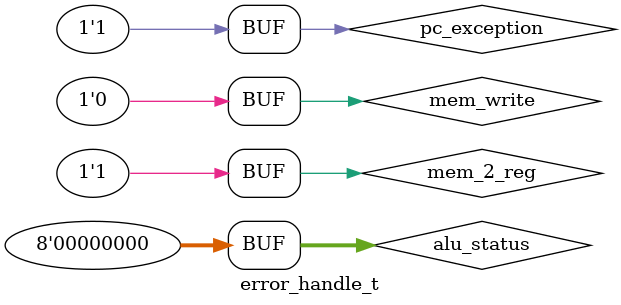
<source format=v>
module error_handle_t;
  wire [1:0] exception_sig; 
	// exception_sig[1]: MemWrite, 
	// exception_sig[0]: Mem2Reg
  reg pc_exception, mem_write, mem_2_reg;
  reg [7:0] alu_status;
  error_handle E1(exception_sig, pc_exception, mem_write, mem_2_reg,
	alu_status);
  initial begin
	pc_exception = 1'b0;
	alu_status = 8'b0;
	mem_write = 1'b0;
	mem_2_reg = 1'b1;
 	#10 pc_exception = 1'b1;
  end
endmodule

</source>
